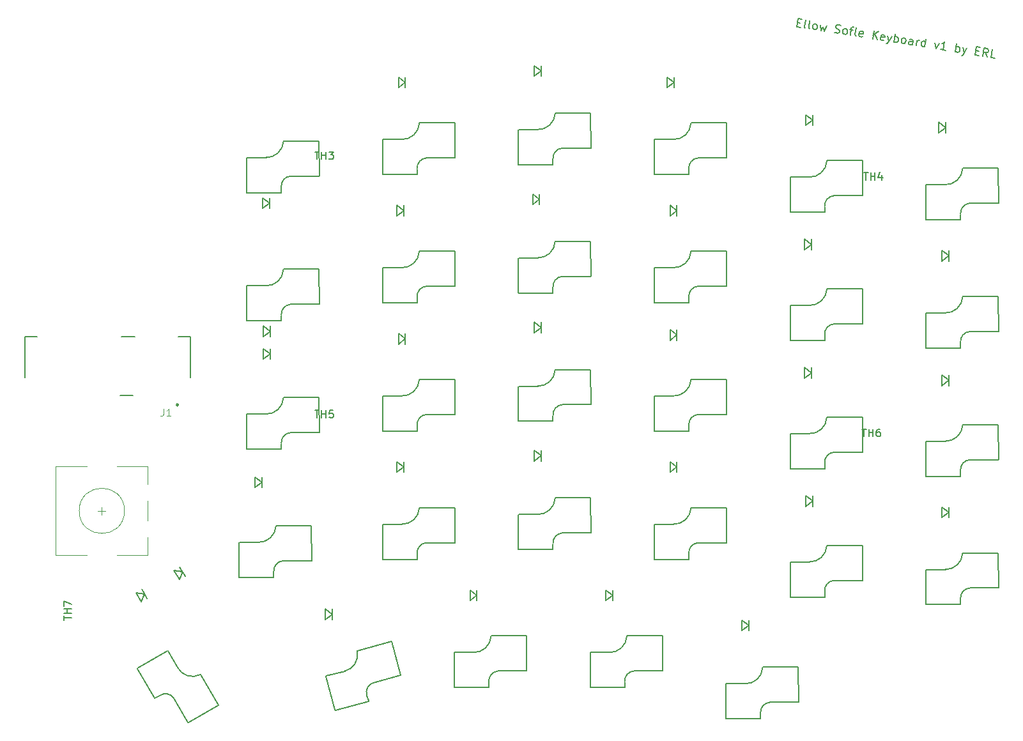
<source format=gto>
G04 #@! TF.GenerationSoftware,KiCad,Pcbnew,(5.1.8-0-10_14)*
G04 #@! TF.CreationDate,2020-11-28T17:57:45-07:00*
G04 #@! TF.ProjectId,SofleKeyboard,536f666c-654b-4657-9962-6f6172642e6b,rev?*
G04 #@! TF.SameCoordinates,Original*
G04 #@! TF.FileFunction,Legend,Top*
G04 #@! TF.FilePolarity,Positive*
%FSLAX46Y46*%
G04 Gerber Fmt 4.6, Leading zero omitted, Abs format (unit mm)*
G04 Created by KiCad (PCBNEW (5.1.8-0-10_14)) date 2020-11-28 17:57:45*
%MOMM*%
%LPD*%
G01*
G04 APERTURE LIST*
%ADD10C,0.200000*%
%ADD11C,0.240000*%
%ADD12C,0.127000*%
%ADD13C,0.150000*%
%ADD14C,0.120000*%
%ADD15C,0.015000*%
G04 APERTURE END LIST*
D10*
X192174805Y-39757460D02*
X192536957Y-39814820D01*
X192602029Y-40408499D02*
X192084669Y-40326557D01*
X192256747Y-39240100D01*
X192774107Y-39322042D01*
X193222862Y-40506829D02*
X193127584Y-40438705D01*
X193092236Y-40327038D01*
X193239732Y-39395789D01*
X193791958Y-40596965D02*
X193696681Y-40528841D01*
X193661333Y-40417175D01*
X193808828Y-39485926D01*
X194361055Y-40687101D02*
X194265777Y-40618977D01*
X194222235Y-40559047D01*
X194186888Y-40447380D01*
X194236053Y-40136964D01*
X194304177Y-40041686D01*
X194364107Y-39998144D01*
X194475774Y-39962797D01*
X194630982Y-39987379D01*
X194726260Y-40055503D01*
X194769802Y-40115434D01*
X194805149Y-40227100D01*
X194755984Y-40537516D01*
X194687860Y-40632794D01*
X194627930Y-40676336D01*
X194516263Y-40711684D01*
X194361055Y-40687101D01*
X195200078Y-40077515D02*
X195292304Y-40834597D01*
X195581190Y-40350013D01*
X195706193Y-40900150D01*
X196027855Y-40208622D01*
X197111260Y-41069657D02*
X197258274Y-41145976D01*
X197516955Y-41186947D01*
X197628621Y-41151599D01*
X197688551Y-41108057D01*
X197756675Y-41012779D01*
X197773064Y-40909307D01*
X197737716Y-40797641D01*
X197694174Y-40737711D01*
X197598896Y-40669586D01*
X197400146Y-40585073D01*
X197304868Y-40516949D01*
X197261327Y-40457019D01*
X197225979Y-40345352D01*
X197242367Y-40241880D01*
X197310492Y-40146602D01*
X197370422Y-40103060D01*
X197482088Y-40067713D01*
X197740768Y-40108684D01*
X197887782Y-40185002D01*
X198344731Y-41318054D02*
X198249453Y-41249929D01*
X198205912Y-41189999D01*
X198170564Y-41078333D01*
X198219729Y-40767916D01*
X198287853Y-40672638D01*
X198347784Y-40629097D01*
X198459450Y-40593749D01*
X198614658Y-40618331D01*
X198709936Y-40686456D01*
X198753478Y-40746386D01*
X198788826Y-40858052D01*
X198739661Y-41168469D01*
X198671536Y-41263747D01*
X198611606Y-41307289D01*
X198499940Y-41342636D01*
X198344731Y-41318054D01*
X199132019Y-40700273D02*
X199545907Y-40765827D01*
X199172508Y-41449161D02*
X199320004Y-40517912D01*
X199388128Y-40422634D01*
X199499794Y-40387286D01*
X199603266Y-40403674D01*
X199948549Y-41572073D02*
X199853271Y-41503949D01*
X199817924Y-41392283D01*
X199965419Y-40461034D01*
X200784520Y-41651444D02*
X200672854Y-41686792D01*
X200465910Y-41654015D01*
X200370632Y-41585891D01*
X200335284Y-41474225D01*
X200400838Y-41060336D01*
X200468962Y-40965058D01*
X200580628Y-40929710D01*
X200787573Y-40962487D01*
X200882850Y-41030612D01*
X200918198Y-41142278D01*
X200901810Y-41245750D01*
X200368061Y-41267280D01*
X202121463Y-41916229D02*
X202293541Y-40829772D01*
X202742296Y-42014559D02*
X202375002Y-41319979D01*
X202914374Y-40928102D02*
X202195211Y-41450605D01*
X203630003Y-42102125D02*
X203518337Y-42137472D01*
X203311393Y-42104696D01*
X203216115Y-42036571D01*
X203180767Y-41924905D01*
X203246321Y-41511016D01*
X203314445Y-41415738D01*
X203426111Y-41380391D01*
X203633056Y-41413167D01*
X203728334Y-41481292D01*
X203763681Y-41592958D01*
X203747293Y-41696430D01*
X203213544Y-41717961D01*
X204150416Y-41495109D02*
X204294378Y-42260385D01*
X204667777Y-41577051D02*
X204294378Y-42260385D01*
X204149935Y-42502677D01*
X204090005Y-42546219D01*
X203978338Y-42581567D01*
X204966947Y-42366909D02*
X205139024Y-41280452D01*
X205073471Y-41694341D02*
X205185137Y-41658993D01*
X205392082Y-41691770D01*
X205487359Y-41759894D01*
X205530901Y-41819824D01*
X205566249Y-41931491D01*
X205517084Y-42241907D01*
X205448959Y-42337185D01*
X205389029Y-42380727D01*
X205277363Y-42416075D01*
X205070419Y-42383298D01*
X204975141Y-42315173D01*
X206105140Y-42547182D02*
X206009862Y-42479057D01*
X205966320Y-42419127D01*
X205930972Y-42307461D01*
X205980137Y-41997044D01*
X206048262Y-41901766D01*
X206108192Y-41858224D01*
X206219858Y-41822877D01*
X206375067Y-41847459D01*
X206470344Y-41915584D01*
X206513886Y-41975514D01*
X206549234Y-42087180D01*
X206500069Y-42397597D01*
X206431945Y-42492875D01*
X206372014Y-42536416D01*
X206260348Y-42571764D01*
X206105140Y-42547182D01*
X207398541Y-42752036D02*
X207488677Y-42182940D01*
X207453330Y-42071273D01*
X207358052Y-42003149D01*
X207151107Y-41970372D01*
X207039441Y-42005720D01*
X207406735Y-42700300D02*
X207295069Y-42735648D01*
X207036389Y-42694677D01*
X206941111Y-42626552D01*
X206905763Y-42514886D01*
X206922152Y-42411414D01*
X206990276Y-42316136D01*
X207101942Y-42280788D01*
X207360623Y-42321759D01*
X207472289Y-42286412D01*
X207915902Y-42833978D02*
X208030620Y-42109673D01*
X207997844Y-42316618D02*
X208065968Y-42221340D01*
X208125898Y-42177798D01*
X208237565Y-42142450D01*
X208341037Y-42158838D01*
X209054095Y-43014250D02*
X209226173Y-41927793D01*
X209062289Y-42962514D02*
X208950623Y-42997862D01*
X208743679Y-42965085D01*
X208648401Y-42896961D01*
X208604859Y-42837030D01*
X208569511Y-42725364D01*
X208618676Y-42414948D01*
X208686801Y-42319670D01*
X208746731Y-42276128D01*
X208858397Y-42240780D01*
X209065341Y-42273557D01*
X209160619Y-42341681D01*
X210410479Y-42486606D02*
X210554441Y-43251882D01*
X210927839Y-42568548D01*
X211796106Y-43448542D02*
X211175273Y-43350212D01*
X211485690Y-43399377D02*
X211657768Y-42312920D01*
X211529713Y-42451740D01*
X211409852Y-42538823D01*
X211298186Y-42574171D01*
X213089507Y-43653397D02*
X213261585Y-42566940D01*
X213196032Y-42980828D02*
X213307698Y-42945480D01*
X213514642Y-42978257D01*
X213609920Y-43046381D01*
X213653462Y-43106312D01*
X213688810Y-43217978D01*
X213639645Y-43528394D01*
X213571520Y-43623672D01*
X213511590Y-43667214D01*
X213399924Y-43702562D01*
X213192979Y-43669785D01*
X213097702Y-43601661D01*
X214083739Y-43068393D02*
X214227701Y-43833669D01*
X214601099Y-43150335D02*
X214227701Y-43833669D01*
X214083258Y-44075961D01*
X214023327Y-44119503D01*
X213911661Y-44154850D01*
X215818182Y-43502204D02*
X216180335Y-43559563D01*
X216245407Y-44153242D02*
X215728046Y-44071300D01*
X215900124Y-42984843D01*
X216417485Y-43066785D01*
X217331864Y-44325320D02*
X217051653Y-43750600D01*
X216711031Y-44226990D02*
X216883109Y-43140533D01*
X217296998Y-43206086D01*
X217392276Y-43274210D01*
X217435817Y-43334141D01*
X217471165Y-43445807D01*
X217446583Y-43601015D01*
X217378458Y-43696293D01*
X217318528Y-43739835D01*
X217206862Y-43775183D01*
X216792973Y-43709629D01*
X218314849Y-44481010D02*
X217797488Y-44399068D01*
X217969566Y-43312610D01*
D11*
X110120000Y-90450000D02*
G75*
G03*
X110120000Y-90450000I-120000J0D01*
G01*
D12*
X104100000Y-89200000D02*
X102400000Y-89200000D01*
X89800000Y-81450000D02*
X89800000Y-86850000D01*
X91400000Y-81450000D02*
X89800000Y-81450000D01*
X104400000Y-81450000D02*
X102600000Y-81450000D01*
X111700000Y-81450000D02*
X110100000Y-81450000D01*
X111700000Y-86850000D02*
X111700000Y-81450000D01*
D13*
X182725000Y-132075000D02*
X187275000Y-132075000D01*
X182725000Y-127425000D02*
X185275000Y-127425000D01*
X187575000Y-125225000D02*
X192275000Y-125225000D01*
X188500000Y-129875000D02*
X192275000Y-129875000D01*
X182700001Y-127450000D02*
X182700001Y-132050000D01*
X192275000Y-125250000D02*
X192300000Y-129849999D01*
X187280000Y-131350000D02*
X187280000Y-132050000D01*
X187279999Y-131299999D02*
G75*
G02*
X188500000Y-129880000I1320000J99999D01*
G01*
X187570000Y-125250000D02*
G75*
G02*
X185200000Y-127420000I-2270000J100000D01*
G01*
X164725000Y-127925000D02*
X169275000Y-127925000D01*
X164725000Y-123275000D02*
X167275000Y-123275000D01*
X169575000Y-121075000D02*
X174275000Y-121075000D01*
X170500000Y-125725000D02*
X174275000Y-125725000D01*
X164700001Y-123300000D02*
X164700001Y-127900000D01*
X174275000Y-121100000D02*
X174300000Y-125699999D01*
X169280000Y-127200000D02*
X169280000Y-127900000D01*
X169279999Y-127149999D02*
G75*
G02*
X170500000Y-125730000I1320000J99999D01*
G01*
X169570000Y-121100000D02*
G75*
G02*
X167200000Y-123270000I-2270000J100000D01*
G01*
X146725000Y-127925000D02*
X151275000Y-127925000D01*
X146725000Y-123275000D02*
X149275000Y-123275000D01*
X151575000Y-121075000D02*
X156275000Y-121075000D01*
X152500000Y-125725000D02*
X156275000Y-125725000D01*
X146700001Y-123300000D02*
X146700001Y-127900000D01*
X156275000Y-121100000D02*
X156300000Y-125699999D01*
X151280000Y-127200000D02*
X151280000Y-127900000D01*
X151279999Y-127149999D02*
G75*
G02*
X152500000Y-125730000I1320000J99999D01*
G01*
X151570000Y-121100000D02*
G75*
G02*
X149200000Y-123270000I-2270000J100000D01*
G01*
X130931305Y-130903553D02*
X135326268Y-129725927D01*
X129727797Y-126411998D02*
X132190908Y-125752010D01*
X133843135Y-123031689D02*
X138382987Y-121815239D01*
X135940125Y-127283836D02*
X139586495Y-126306795D01*
X129710120Y-126442617D02*
X130900688Y-130885875D01*
X138389457Y-121839388D02*
X139604173Y-126276175D01*
X135143454Y-129024336D02*
X135324627Y-129700484D01*
X135130511Y-128976040D02*
G75*
G02*
X135941419Y-127288666I1249141J438233D01*
G01*
X133844776Y-123057132D02*
G75*
G02*
X132117169Y-125766591I-2218533J-490926D01*
G01*
X104739441Y-125412292D02*
X107014441Y-129352708D01*
X108766459Y-123087292D02*
X110041459Y-125295657D01*
X113096715Y-126187515D02*
X115446715Y-130257835D01*
X109532197Y-129313589D02*
X111419697Y-132582835D01*
X108732309Y-123078142D02*
X104748592Y-125378142D01*
X115425064Y-130270335D02*
X111453848Y-132591985D01*
X107644809Y-128994538D02*
X107038592Y-129344538D01*
X107688111Y-128969537D02*
G75*
G02*
X109527867Y-129316089I746602J-1093154D01*
G01*
X113072564Y-126195686D02*
G75*
G02*
X110008289Y-125228205I-1048397J2015878D01*
G01*
X209225000Y-116925000D02*
X213775000Y-116925000D01*
X209225000Y-112275000D02*
X211775000Y-112275000D01*
X214075000Y-110075000D02*
X218775000Y-110075000D01*
X215000000Y-114725000D02*
X218775000Y-114725000D01*
X209200001Y-112300000D02*
X209200001Y-116900000D01*
X218775000Y-110100000D02*
X218800000Y-114699999D01*
X213780000Y-116200000D02*
X213780000Y-116900000D01*
X213779999Y-116149999D02*
G75*
G02*
X215000000Y-114730000I1320000J99999D01*
G01*
X214070000Y-110100000D02*
G75*
G02*
X211700000Y-112270000I-2270000J100000D01*
G01*
X191225000Y-115925000D02*
X195775000Y-115925000D01*
X191225000Y-111275000D02*
X193775000Y-111275000D01*
X196075000Y-109075000D02*
X200775000Y-109075000D01*
X197000000Y-113725000D02*
X200775000Y-113725000D01*
X191200001Y-111300000D02*
X191200001Y-115900000D01*
X200775000Y-109100000D02*
X200800000Y-113699999D01*
X195780000Y-115200000D02*
X195780000Y-115900000D01*
X195779999Y-115149999D02*
G75*
G02*
X197000000Y-113730000I1320000J99999D01*
G01*
X196070000Y-109100000D02*
G75*
G02*
X193700000Y-111270000I-2270000J100000D01*
G01*
X173225000Y-110925000D02*
X177775000Y-110925000D01*
X173225000Y-106275000D02*
X175775000Y-106275000D01*
X178075000Y-104075000D02*
X182775000Y-104075000D01*
X179000000Y-108725000D02*
X182775000Y-108725000D01*
X173200001Y-106300000D02*
X173200001Y-110900000D01*
X182775000Y-104100000D02*
X182800000Y-108699999D01*
X177780000Y-110200000D02*
X177780000Y-110900000D01*
X177779999Y-110149999D02*
G75*
G02*
X179000000Y-108730000I1320000J99999D01*
G01*
X178070000Y-104100000D02*
G75*
G02*
X175700000Y-106270000I-2270000J100000D01*
G01*
X155225000Y-109625000D02*
X159775000Y-109625000D01*
X155225000Y-104975000D02*
X157775000Y-104975000D01*
X160075000Y-102775000D02*
X164775000Y-102775000D01*
X161000000Y-107425000D02*
X164775000Y-107425000D01*
X155200001Y-105000000D02*
X155200001Y-109600000D01*
X164775000Y-102800000D02*
X164800000Y-107399999D01*
X159780000Y-108900000D02*
X159780000Y-109600000D01*
X159779999Y-108849999D02*
G75*
G02*
X161000000Y-107430000I1320000J99999D01*
G01*
X160070000Y-102800000D02*
G75*
G02*
X157700000Y-104970000I-2270000J100000D01*
G01*
X137225000Y-110925000D02*
X141775000Y-110925000D01*
X137225000Y-106275000D02*
X139775000Y-106275000D01*
X142075000Y-104075000D02*
X146775000Y-104075000D01*
X143000000Y-108725000D02*
X146775000Y-108725000D01*
X137200001Y-106300000D02*
X137200001Y-110900000D01*
X146775000Y-104100000D02*
X146800000Y-108699999D01*
X141780000Y-110200000D02*
X141780000Y-110900000D01*
X141779999Y-110149999D02*
G75*
G02*
X143000000Y-108730000I1320000J99999D01*
G01*
X142070000Y-104100000D02*
G75*
G02*
X139700000Y-106270000I-2270000J100000D01*
G01*
X118225000Y-113325000D02*
X122775000Y-113325000D01*
X118225000Y-108675000D02*
X120775000Y-108675000D01*
X123075000Y-106475000D02*
X127775000Y-106475000D01*
X124000000Y-111125000D02*
X127775000Y-111125000D01*
X118200001Y-108700000D02*
X118200001Y-113300000D01*
X127775000Y-106500000D02*
X127800000Y-111099999D01*
X122780000Y-112600000D02*
X122780000Y-113300000D01*
X122779999Y-112549999D02*
G75*
G02*
X124000000Y-111130000I1320000J99999D01*
G01*
X123070000Y-106500000D02*
G75*
G02*
X120700000Y-108670000I-2270000J100000D01*
G01*
X209225000Y-99925000D02*
X213775000Y-99925000D01*
X209225000Y-95275000D02*
X211775000Y-95275000D01*
X214075000Y-93075000D02*
X218775000Y-93075000D01*
X215000000Y-97725000D02*
X218775000Y-97725000D01*
X209200001Y-95300000D02*
X209200001Y-99900000D01*
X218775000Y-93100000D02*
X218800000Y-97699999D01*
X213780000Y-99200000D02*
X213780000Y-99900000D01*
X213779999Y-99149999D02*
G75*
G02*
X215000000Y-97730000I1320000J99999D01*
G01*
X214070000Y-93100000D02*
G75*
G02*
X211700000Y-95270000I-2270000J100000D01*
G01*
X191225000Y-98925000D02*
X195775000Y-98925000D01*
X191225000Y-94275000D02*
X193775000Y-94275000D01*
X196075000Y-92075000D02*
X200775000Y-92075000D01*
X197000000Y-96725000D02*
X200775000Y-96725000D01*
X191200001Y-94300000D02*
X191200001Y-98900000D01*
X200775000Y-92100000D02*
X200800000Y-96699999D01*
X195780000Y-98200000D02*
X195780000Y-98900000D01*
X195779999Y-98149999D02*
G75*
G02*
X197000000Y-96730000I1320000J99999D01*
G01*
X196070000Y-92100000D02*
G75*
G02*
X193700000Y-94270000I-2270000J100000D01*
G01*
X173225000Y-93925000D02*
X177775000Y-93925000D01*
X173225000Y-89275000D02*
X175775000Y-89275000D01*
X178075000Y-87075000D02*
X182775000Y-87075000D01*
X179000000Y-91725000D02*
X182775000Y-91725000D01*
X173200001Y-89300000D02*
X173200001Y-93900000D01*
X182775000Y-87100000D02*
X182800000Y-91699999D01*
X177780000Y-93200000D02*
X177780000Y-93900000D01*
X177779999Y-93149999D02*
G75*
G02*
X179000000Y-91730000I1320000J99999D01*
G01*
X178070000Y-87100000D02*
G75*
G02*
X175700000Y-89270000I-2270000J100000D01*
G01*
X155225000Y-92625000D02*
X159775000Y-92625000D01*
X155225000Y-87975000D02*
X157775000Y-87975000D01*
X160075000Y-85775000D02*
X164775000Y-85775000D01*
X161000000Y-90425000D02*
X164775000Y-90425000D01*
X155200001Y-88000000D02*
X155200001Y-92600000D01*
X164775000Y-85800000D02*
X164800000Y-90399999D01*
X159780000Y-91900000D02*
X159780000Y-92600000D01*
X159779999Y-91849999D02*
G75*
G02*
X161000000Y-90430000I1320000J99999D01*
G01*
X160070000Y-85800000D02*
G75*
G02*
X157700000Y-87970000I-2270000J100000D01*
G01*
X137225000Y-93925000D02*
X141775000Y-93925000D01*
X137225000Y-89275000D02*
X139775000Y-89275000D01*
X142075000Y-87075000D02*
X146775000Y-87075000D01*
X143000000Y-91725000D02*
X146775000Y-91725000D01*
X137200001Y-89300000D02*
X137200001Y-93900000D01*
X146775000Y-87100000D02*
X146800000Y-91699999D01*
X141780000Y-93200000D02*
X141780000Y-93900000D01*
X141779999Y-93149999D02*
G75*
G02*
X143000000Y-91730000I1320000J99999D01*
G01*
X142070000Y-87100000D02*
G75*
G02*
X139700000Y-89270000I-2270000J100000D01*
G01*
X119225000Y-96325000D02*
X123775000Y-96325000D01*
X119225000Y-91675000D02*
X121775000Y-91675000D01*
X124075000Y-89475000D02*
X128775000Y-89475000D01*
X125000000Y-94125000D02*
X128775000Y-94125000D01*
X119200001Y-91700000D02*
X119200001Y-96300000D01*
X128775000Y-89500000D02*
X128800000Y-94099999D01*
X123780000Y-95600000D02*
X123780000Y-96300000D01*
X123779999Y-95549999D02*
G75*
G02*
X125000000Y-94130000I1320000J99999D01*
G01*
X124070000Y-89500000D02*
G75*
G02*
X121700000Y-91670000I-2270000J100000D01*
G01*
X209225000Y-82925000D02*
X213775000Y-82925000D01*
X209225000Y-78275000D02*
X211775000Y-78275000D01*
X214075000Y-76075000D02*
X218775000Y-76075000D01*
X215000000Y-80725000D02*
X218775000Y-80725000D01*
X209200001Y-78300000D02*
X209200001Y-82900000D01*
X218775000Y-76100000D02*
X218800000Y-80699999D01*
X213780000Y-82200000D02*
X213780000Y-82900000D01*
X213779999Y-82149999D02*
G75*
G02*
X215000000Y-80730000I1320000J99999D01*
G01*
X214070000Y-76100000D02*
G75*
G02*
X211700000Y-78270000I-2270000J100000D01*
G01*
X191225000Y-81925000D02*
X195775000Y-81925000D01*
X191225000Y-77275000D02*
X193775000Y-77275000D01*
X196075000Y-75075000D02*
X200775000Y-75075000D01*
X197000000Y-79725000D02*
X200775000Y-79725000D01*
X191200001Y-77300000D02*
X191200001Y-81900000D01*
X200775000Y-75100000D02*
X200800000Y-79699999D01*
X195780000Y-81200000D02*
X195780000Y-81900000D01*
X195779999Y-81149999D02*
G75*
G02*
X197000000Y-79730000I1320000J99999D01*
G01*
X196070000Y-75100000D02*
G75*
G02*
X193700000Y-77270000I-2270000J100000D01*
G01*
X173225000Y-76925000D02*
X177775000Y-76925000D01*
X173225000Y-72275000D02*
X175775000Y-72275000D01*
X178075000Y-70075000D02*
X182775000Y-70075000D01*
X179000000Y-74725000D02*
X182775000Y-74725000D01*
X173200001Y-72300000D02*
X173200001Y-76900000D01*
X182775000Y-70100000D02*
X182800000Y-74699999D01*
X177780000Y-76200000D02*
X177780000Y-76900000D01*
X177779999Y-76149999D02*
G75*
G02*
X179000000Y-74730000I1320000J99999D01*
G01*
X178070000Y-70100000D02*
G75*
G02*
X175700000Y-72270000I-2270000J100000D01*
G01*
X155225000Y-75625000D02*
X159775000Y-75625000D01*
X155225000Y-70975000D02*
X157775000Y-70975000D01*
X160075000Y-68775000D02*
X164775000Y-68775000D01*
X161000000Y-73425000D02*
X164775000Y-73425000D01*
X155200001Y-71000000D02*
X155200001Y-75600000D01*
X164775000Y-68800000D02*
X164800000Y-73399999D01*
X159780000Y-74900000D02*
X159780000Y-75600000D01*
X159779999Y-74849999D02*
G75*
G02*
X161000000Y-73430000I1320000J99999D01*
G01*
X160070000Y-68800000D02*
G75*
G02*
X157700000Y-70970000I-2270000J100000D01*
G01*
X137225000Y-76925000D02*
X141775000Y-76925000D01*
X137225000Y-72275000D02*
X139775000Y-72275000D01*
X142075000Y-70075000D02*
X146775000Y-70075000D01*
X143000000Y-74725000D02*
X146775000Y-74725000D01*
X137200001Y-72300000D02*
X137200001Y-76900000D01*
X146775000Y-70100000D02*
X146800000Y-74699999D01*
X141780000Y-76200000D02*
X141780000Y-76900000D01*
X141779999Y-76149999D02*
G75*
G02*
X143000000Y-74730000I1320000J99999D01*
G01*
X142070000Y-70100000D02*
G75*
G02*
X139700000Y-72270000I-2270000J100000D01*
G01*
X119225000Y-79325000D02*
X123775000Y-79325000D01*
X119225000Y-74675000D02*
X121775000Y-74675000D01*
X124075000Y-72475000D02*
X128775000Y-72475000D01*
X125000000Y-77125000D02*
X128775000Y-77125000D01*
X119200001Y-74700000D02*
X119200001Y-79300000D01*
X128775000Y-72500000D02*
X128800000Y-77099999D01*
X123780000Y-78600000D02*
X123780000Y-79300000D01*
X123779999Y-78549999D02*
G75*
G02*
X125000000Y-77130000I1320000J99999D01*
G01*
X124070000Y-72500000D02*
G75*
G02*
X121700000Y-74670000I-2270000J100000D01*
G01*
X209225000Y-65925000D02*
X213775000Y-65925000D01*
X209225000Y-61275000D02*
X211775000Y-61275000D01*
X214075000Y-59075000D02*
X218775000Y-59075000D01*
X215000000Y-63725000D02*
X218775000Y-63725000D01*
X209200001Y-61300000D02*
X209200001Y-65900000D01*
X218775000Y-59100000D02*
X218800000Y-63699999D01*
X213780000Y-65200000D02*
X213780000Y-65900000D01*
X213779999Y-65149999D02*
G75*
G02*
X215000000Y-63730000I1320000J99999D01*
G01*
X214070000Y-59100000D02*
G75*
G02*
X211700000Y-61270000I-2270000J100000D01*
G01*
X191225000Y-64925000D02*
X195775000Y-64925000D01*
X191225000Y-60275000D02*
X193775000Y-60275000D01*
X196075000Y-58075000D02*
X200775000Y-58075000D01*
X197000000Y-62725000D02*
X200775000Y-62725000D01*
X191200001Y-60300000D02*
X191200001Y-64900000D01*
X200775000Y-58100000D02*
X200800000Y-62699999D01*
X195780000Y-64200000D02*
X195780000Y-64900000D01*
X195779999Y-64149999D02*
G75*
G02*
X197000000Y-62730000I1320000J99999D01*
G01*
X196070000Y-58100000D02*
G75*
G02*
X193700000Y-60270000I-2270000J100000D01*
G01*
X173225000Y-59925000D02*
X177775000Y-59925000D01*
X173225000Y-55275000D02*
X175775000Y-55275000D01*
X178075000Y-53075000D02*
X182775000Y-53075000D01*
X179000000Y-57725000D02*
X182775000Y-57725000D01*
X173200001Y-55300000D02*
X173200001Y-59900000D01*
X182775000Y-53100000D02*
X182800000Y-57699999D01*
X177780000Y-59200000D02*
X177780000Y-59900000D01*
X177779999Y-59149999D02*
G75*
G02*
X179000000Y-57730000I1320000J99999D01*
G01*
X178070000Y-53100000D02*
G75*
G02*
X175700000Y-55270000I-2270000J100000D01*
G01*
X155225000Y-58625000D02*
X159775000Y-58625000D01*
X155225000Y-53975000D02*
X157775000Y-53975000D01*
X160075000Y-51775000D02*
X164775000Y-51775000D01*
X161000000Y-56425000D02*
X164775000Y-56425000D01*
X155200001Y-54000000D02*
X155200001Y-58600000D01*
X164775000Y-51800000D02*
X164800000Y-56399999D01*
X159780000Y-57900000D02*
X159780000Y-58600000D01*
X159779999Y-57849999D02*
G75*
G02*
X161000000Y-56430000I1320000J99999D01*
G01*
X160070000Y-51800000D02*
G75*
G02*
X157700000Y-53970000I-2270000J100000D01*
G01*
X137225000Y-59925000D02*
X141775000Y-59925000D01*
X137225000Y-55275000D02*
X139775000Y-55275000D01*
X142075000Y-53075000D02*
X146775000Y-53075000D01*
X143000000Y-57725000D02*
X146775000Y-57725000D01*
X137200001Y-55300000D02*
X137200001Y-59900000D01*
X146775000Y-53100000D02*
X146800000Y-57699999D01*
X141780000Y-59200000D02*
X141780000Y-59900000D01*
X141779999Y-59149999D02*
G75*
G02*
X143000000Y-57730000I1320000J99999D01*
G01*
X142070000Y-53100000D02*
G75*
G02*
X139700000Y-55270000I-2270000J100000D01*
G01*
X119225000Y-62325000D02*
X123775000Y-62325000D01*
X119225000Y-57675000D02*
X121775000Y-57675000D01*
X124075000Y-55475000D02*
X128775000Y-55475000D01*
X125000000Y-60125000D02*
X128775000Y-60125000D01*
X119200001Y-57700000D02*
X119200001Y-62300000D01*
X128775000Y-55500000D02*
X128800000Y-60099999D01*
X123780000Y-61600000D02*
X123780000Y-62300000D01*
X123779999Y-61549999D02*
G75*
G02*
X125000000Y-60130000I1320000J99999D01*
G01*
X124070000Y-55500000D02*
G75*
G02*
X121700000Y-57670000I-2270000J100000D01*
G01*
X210900000Y-54400000D02*
X210900000Y-53000000D01*
X210900000Y-53000000D02*
X211800000Y-53700000D01*
X211800000Y-53700000D02*
X210900000Y-54400000D01*
X211800000Y-54400000D02*
X211800000Y-53000000D01*
X166800000Y-116400000D02*
X166800000Y-115000000D01*
X166800000Y-115000000D02*
X167700000Y-115700000D01*
X167700000Y-115700000D02*
X166800000Y-116400000D01*
X167700000Y-116400000D02*
X167700000Y-115000000D01*
X148800000Y-116400000D02*
X148800000Y-115000000D01*
X148800000Y-115000000D02*
X149700000Y-115700000D01*
X149700000Y-115700000D02*
X148800000Y-116400000D01*
X149700000Y-116400000D02*
X149700000Y-115000000D01*
X129600000Y-118900000D02*
X129600000Y-117500000D01*
X129600000Y-117500000D02*
X130500000Y-118200000D01*
X130500000Y-118200000D02*
X129600000Y-118900000D01*
X130500000Y-118900000D02*
X130500000Y-117500000D01*
X105231590Y-116556218D02*
X104531590Y-115343782D01*
X104531590Y-115343782D02*
X105661013Y-115500000D01*
X105661013Y-115500000D02*
X105231590Y-116556218D01*
X106011013Y-116106218D02*
X105311013Y-114893782D01*
X110289724Y-113606601D02*
X109547837Y-112419334D01*
X109547837Y-112419334D02*
X110682024Y-112536040D01*
X110682024Y-112536040D02*
X110289724Y-113606601D01*
X111052968Y-113129674D02*
X110311081Y-111942407D01*
X211300000Y-105400000D02*
X211300000Y-104000000D01*
X211300000Y-104000000D02*
X212200000Y-104700000D01*
X212200000Y-104700000D02*
X211300000Y-105400000D01*
X212200000Y-105400000D02*
X212200000Y-104000000D01*
X193300000Y-103900000D02*
X193300000Y-102500000D01*
X193300000Y-102500000D02*
X194200000Y-103200000D01*
X194200000Y-103200000D02*
X193300000Y-103900000D01*
X194200000Y-103900000D02*
X194200000Y-102500000D01*
X175300000Y-99400000D02*
X175300000Y-98000000D01*
X175300000Y-98000000D02*
X176200000Y-98700000D01*
X176200000Y-98700000D02*
X175300000Y-99400000D01*
X176200000Y-99400000D02*
X176200000Y-98000000D01*
X157300000Y-97900000D02*
X157300000Y-96500000D01*
X157300000Y-96500000D02*
X158200000Y-97200000D01*
X158200000Y-97200000D02*
X157300000Y-97900000D01*
X158200000Y-97900000D02*
X158200000Y-96500000D01*
X139100000Y-99400000D02*
X139100000Y-98000000D01*
X139100000Y-98000000D02*
X140000000Y-98700000D01*
X140000000Y-98700000D02*
X139100000Y-99400000D01*
X140000000Y-99400000D02*
X140000000Y-98000000D01*
X120300000Y-101400000D02*
X120300000Y-100000000D01*
X120300000Y-100000000D02*
X121200000Y-100700000D01*
X121200000Y-100700000D02*
X120300000Y-101400000D01*
X121200000Y-101400000D02*
X121200000Y-100000000D01*
X211300000Y-87900000D02*
X211300000Y-86500000D01*
X211300000Y-86500000D02*
X212200000Y-87200000D01*
X212200000Y-87200000D02*
X211300000Y-87900000D01*
X212200000Y-87900000D02*
X212200000Y-86500000D01*
X193100000Y-86900000D02*
X193100000Y-85500000D01*
X193100000Y-85500000D02*
X194000000Y-86200000D01*
X194000000Y-86200000D02*
X193100000Y-86900000D01*
X194000000Y-86900000D02*
X194000000Y-85500000D01*
X175300000Y-81900000D02*
X175300000Y-80500000D01*
X175300000Y-80500000D02*
X176200000Y-81200000D01*
X176200000Y-81200000D02*
X175300000Y-81900000D01*
X176200000Y-81900000D02*
X176200000Y-80500000D01*
X157300000Y-80900000D02*
X157300000Y-79500000D01*
X157300000Y-79500000D02*
X158200000Y-80200000D01*
X158200000Y-80200000D02*
X157300000Y-80900000D01*
X158200000Y-80900000D02*
X158200000Y-79500000D01*
X139300000Y-82400000D02*
X139300000Y-81000000D01*
X139300000Y-81000000D02*
X140200000Y-81700000D01*
X140200000Y-81700000D02*
X139300000Y-82400000D01*
X140200000Y-82400000D02*
X140200000Y-81000000D01*
X121400000Y-84400000D02*
X121400000Y-83000000D01*
X121400000Y-83000000D02*
X122300000Y-83700000D01*
X122300000Y-83700000D02*
X121400000Y-84400000D01*
X122300000Y-84400000D02*
X122300000Y-83000000D01*
X211300000Y-71400000D02*
X211300000Y-70000000D01*
X211300000Y-70000000D02*
X212200000Y-70700000D01*
X212200000Y-70700000D02*
X211300000Y-71400000D01*
X212200000Y-71400000D02*
X212200000Y-70000000D01*
X193100000Y-69900000D02*
X193100000Y-68500000D01*
X193100000Y-68500000D02*
X194000000Y-69200000D01*
X194000000Y-69200000D02*
X193100000Y-69900000D01*
X194000000Y-69900000D02*
X194000000Y-68500000D01*
X175300000Y-65400000D02*
X175300000Y-64000000D01*
X175300000Y-64000000D02*
X176200000Y-64700000D01*
X176200000Y-64700000D02*
X175300000Y-65400000D01*
X176200000Y-65400000D02*
X176200000Y-64000000D01*
X157100000Y-63900000D02*
X157100000Y-62500000D01*
X157100000Y-62500000D02*
X158000000Y-63200000D01*
X158000000Y-63200000D02*
X157100000Y-63900000D01*
X158000000Y-63900000D02*
X158000000Y-62500000D01*
X139100000Y-65400000D02*
X139100000Y-64000000D01*
X139100000Y-64000000D02*
X140000000Y-64700000D01*
X140000000Y-64700000D02*
X139100000Y-65400000D01*
X140000000Y-65400000D02*
X140000000Y-64000000D01*
X121400000Y-81400000D02*
X121400000Y-80000000D01*
X121400000Y-80000000D02*
X122300000Y-80700000D01*
X122300000Y-80700000D02*
X121400000Y-81400000D01*
X122300000Y-81400000D02*
X122300000Y-80000000D01*
X193300000Y-53400000D02*
X193300000Y-52000000D01*
X193300000Y-52000000D02*
X194200000Y-52700000D01*
X194200000Y-52700000D02*
X193300000Y-53400000D01*
X194200000Y-53400000D02*
X194200000Y-52000000D01*
X174900000Y-48400000D02*
X174900000Y-47000000D01*
X174900000Y-47000000D02*
X175800000Y-47700000D01*
X175800000Y-47700000D02*
X174900000Y-48400000D01*
X175800000Y-48400000D02*
X175800000Y-47000000D01*
X157300000Y-46900000D02*
X157300000Y-45500000D01*
X157300000Y-45500000D02*
X158200000Y-46200000D01*
X158200000Y-46200000D02*
X157300000Y-46900000D01*
X158200000Y-46900000D02*
X158200000Y-45500000D01*
X139300000Y-48400000D02*
X139300000Y-47000000D01*
X139300000Y-47000000D02*
X140200000Y-47700000D01*
X140200000Y-47700000D02*
X139300000Y-48400000D01*
X140200000Y-48400000D02*
X140200000Y-47000000D01*
X121300000Y-64400000D02*
X121300000Y-63000000D01*
X121300000Y-63000000D02*
X122200000Y-63700000D01*
X122200000Y-63700000D02*
X121300000Y-64400000D01*
X122200000Y-64400000D02*
X122200000Y-63000000D01*
X184800000Y-120400000D02*
X184800000Y-119000000D01*
X184800000Y-119000000D02*
X185700000Y-119700000D01*
X185700000Y-119700000D02*
X184800000Y-120400000D01*
X185700000Y-120400000D02*
X185700000Y-119000000D01*
D14*
X99500000Y-104500000D02*
X100500000Y-104500000D01*
X100000000Y-104000000D02*
X100000000Y-105000000D01*
X106100000Y-108000000D02*
X106100000Y-110400000D01*
X106100000Y-103200000D02*
X106100000Y-105800000D01*
X106100000Y-98600000D02*
X106100000Y-101000000D01*
X93900000Y-98600000D02*
X93900000Y-110400000D01*
X98000000Y-98600000D02*
X93900000Y-98600000D01*
X98000000Y-110400000D02*
X93900000Y-110400000D01*
X106100000Y-110400000D02*
X102000000Y-110400000D01*
X102000000Y-98600000D02*
X106100000Y-98600000D01*
X103000000Y-104500000D02*
G75*
G03*
X103000000Y-104500000I-3000000J0D01*
G01*
D15*
X108146284Y-90941715D02*
X108146284Y-91656445D01*
X108098635Y-91799391D01*
X108003338Y-91894688D01*
X107860392Y-91942337D01*
X107765095Y-91942337D01*
X109146906Y-91942337D02*
X108575122Y-91942337D01*
X108861014Y-91942337D02*
X108861014Y-90941715D01*
X108765717Y-91084661D01*
X108670419Y-91179958D01*
X108575122Y-91227607D01*
D13*
X94952380Y-118985714D02*
X94952380Y-118414285D01*
X95952380Y-118700000D02*
X94952380Y-118700000D01*
X95952380Y-118080952D02*
X94952380Y-118080952D01*
X95428571Y-118080952D02*
X95428571Y-117509523D01*
X95952380Y-117509523D02*
X94952380Y-117509523D01*
X94952380Y-117128571D02*
X94952380Y-116461904D01*
X95952380Y-116890476D01*
X200714285Y-93652380D02*
X201285714Y-93652380D01*
X201000000Y-94652380D02*
X201000000Y-93652380D01*
X201619047Y-94652380D02*
X201619047Y-93652380D01*
X201619047Y-94128571D02*
X202190476Y-94128571D01*
X202190476Y-94652380D02*
X202190476Y-93652380D01*
X203095238Y-93652380D02*
X202904761Y-93652380D01*
X202809523Y-93700000D01*
X202761904Y-93747619D01*
X202666666Y-93890476D01*
X202619047Y-94080952D01*
X202619047Y-94461904D01*
X202666666Y-94557142D01*
X202714285Y-94604761D01*
X202809523Y-94652380D01*
X203000000Y-94652380D01*
X203095238Y-94604761D01*
X203142857Y-94557142D01*
X203190476Y-94461904D01*
X203190476Y-94223809D01*
X203142857Y-94128571D01*
X203095238Y-94080952D01*
X203000000Y-94033333D01*
X202809523Y-94033333D01*
X202714285Y-94080952D01*
X202666666Y-94128571D01*
X202619047Y-94223809D01*
X128214285Y-91152380D02*
X128785714Y-91152380D01*
X128500000Y-92152380D02*
X128500000Y-91152380D01*
X129119047Y-92152380D02*
X129119047Y-91152380D01*
X129119047Y-91628571D02*
X129690476Y-91628571D01*
X129690476Y-92152380D02*
X129690476Y-91152380D01*
X130642857Y-91152380D02*
X130166666Y-91152380D01*
X130119047Y-91628571D01*
X130166666Y-91580952D01*
X130261904Y-91533333D01*
X130500000Y-91533333D01*
X130595238Y-91580952D01*
X130642857Y-91628571D01*
X130690476Y-91723809D01*
X130690476Y-91961904D01*
X130642857Y-92057142D01*
X130595238Y-92104761D01*
X130500000Y-92152380D01*
X130261904Y-92152380D01*
X130166666Y-92104761D01*
X130119047Y-92057142D01*
X200964285Y-59652380D02*
X201535714Y-59652380D01*
X201250000Y-60652380D02*
X201250000Y-59652380D01*
X201869047Y-60652380D02*
X201869047Y-59652380D01*
X201869047Y-60128571D02*
X202440476Y-60128571D01*
X202440476Y-60652380D02*
X202440476Y-59652380D01*
X203345238Y-59985714D02*
X203345238Y-60652380D01*
X203107142Y-59604761D02*
X202869047Y-60319047D01*
X203488095Y-60319047D01*
X128214285Y-56902380D02*
X128785714Y-56902380D01*
X128500000Y-57902380D02*
X128500000Y-56902380D01*
X129119047Y-57902380D02*
X129119047Y-56902380D01*
X129119047Y-57378571D02*
X129690476Y-57378571D01*
X129690476Y-57902380D02*
X129690476Y-56902380D01*
X130071428Y-56902380D02*
X130690476Y-56902380D01*
X130357142Y-57283333D01*
X130500000Y-57283333D01*
X130595238Y-57330952D01*
X130642857Y-57378571D01*
X130690476Y-57473809D01*
X130690476Y-57711904D01*
X130642857Y-57807142D01*
X130595238Y-57854761D01*
X130500000Y-57902380D01*
X130214285Y-57902380D01*
X130119047Y-57854761D01*
X130071428Y-57807142D01*
M02*

</source>
